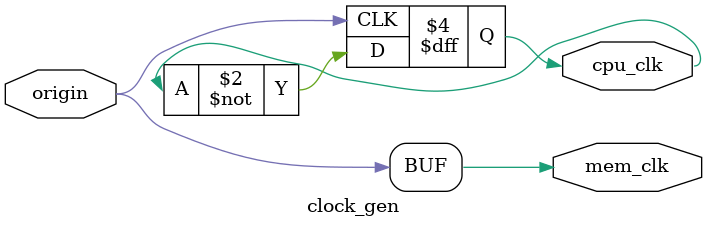
<source format=v>
module clock_gen(origin,cpu_clk,mem_clk);
	input origin;
	output reg cpu_clk;
	output mem_clk;
	
	assign mem_clk = origin;

	always @ (posedge origin)
		cpu_clk <= ~cpu_clk;
	
	initial cpu_clk <= 0;

endmodule
</source>
